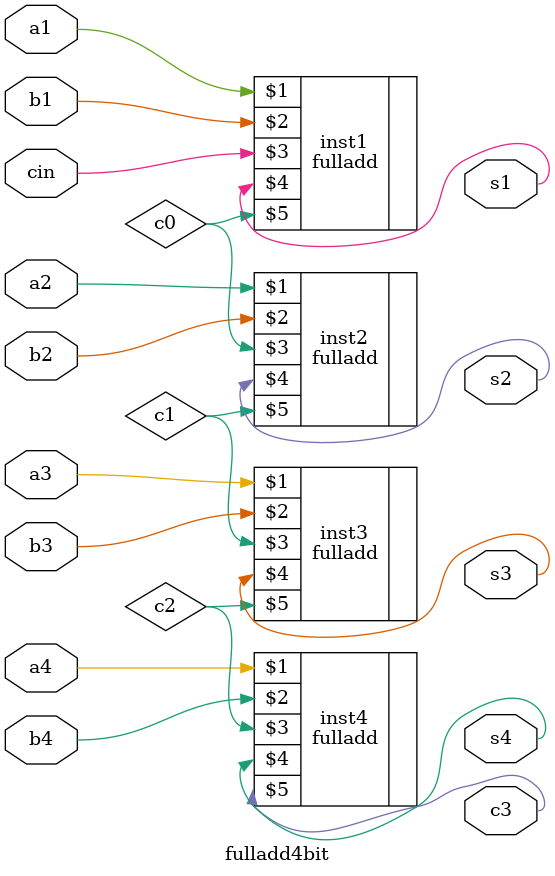
<source format=v>
`timescale 1ns / 1ps


module fulladd4bit(
input a1,
input a2,
input a3,
input a4,
input b1,
input b2,
input b3,
input b4,
input cin,
output s1,
output s2,
output s3,
output s4,
output c3
    );
wire c0,c1,c2;
fulladd inst1(a1,b1,cin,s1,c0);
fulladd inst2(a2,b2,c0,s2,c1);
fulladd inst3(a3,b3,c1,s3,c2);
fulladd inst4(a4,b4,c2,s4,c3);
endmodule

</source>
